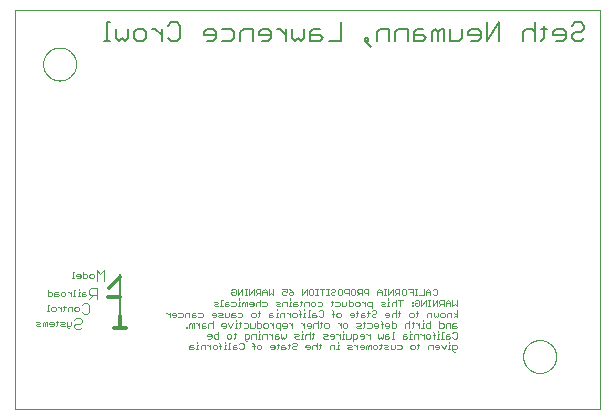
<source format=gbo>
G75*
%MOIN*%
%OFA0B0*%
%FSLAX25Y25*%
%IPPOS*%
%LPD*%
%AMOC8*
5,1,8,0,0,1.08239X$1,22.5*
%
%ADD10C,0.00000*%
%ADD11C,0.00500*%
%ADD12C,0.00200*%
%ADD13C,0.01200*%
%ADD14C,0.00300*%
D10*
X0001300Y0001300D02*
X0001300Y0134300D01*
X0196300Y0134300D01*
X0196300Y0001300D01*
X0001300Y0001300D01*
X0010800Y0116300D02*
X0010802Y0116448D01*
X0010808Y0116596D01*
X0010818Y0116744D01*
X0010832Y0116892D01*
X0010850Y0117039D01*
X0010872Y0117186D01*
X0010898Y0117332D01*
X0010927Y0117477D01*
X0010961Y0117622D01*
X0010999Y0117765D01*
X0011040Y0117908D01*
X0011085Y0118049D01*
X0011135Y0118189D01*
X0011187Y0118327D01*
X0011244Y0118465D01*
X0011304Y0118600D01*
X0011368Y0118734D01*
X0011435Y0118866D01*
X0011506Y0118996D01*
X0011581Y0119125D01*
X0011659Y0119251D01*
X0011740Y0119375D01*
X0011824Y0119497D01*
X0011912Y0119616D01*
X0012003Y0119733D01*
X0012097Y0119848D01*
X0012195Y0119960D01*
X0012295Y0120069D01*
X0012398Y0120176D01*
X0012504Y0120280D01*
X0012612Y0120381D01*
X0012724Y0120479D01*
X0012838Y0120574D01*
X0012954Y0120665D01*
X0013073Y0120754D01*
X0013194Y0120839D01*
X0013318Y0120921D01*
X0013444Y0121000D01*
X0013571Y0121075D01*
X0013701Y0121147D01*
X0013833Y0121216D01*
X0013966Y0121280D01*
X0014101Y0121341D01*
X0014238Y0121399D01*
X0014376Y0121453D01*
X0014516Y0121503D01*
X0014657Y0121549D01*
X0014799Y0121591D01*
X0014942Y0121630D01*
X0015086Y0121664D01*
X0015232Y0121695D01*
X0015377Y0121722D01*
X0015524Y0121745D01*
X0015671Y0121764D01*
X0015819Y0121779D01*
X0015966Y0121790D01*
X0016115Y0121797D01*
X0016263Y0121800D01*
X0016411Y0121799D01*
X0016559Y0121794D01*
X0016707Y0121785D01*
X0016855Y0121772D01*
X0017003Y0121755D01*
X0017149Y0121734D01*
X0017296Y0121709D01*
X0017441Y0121680D01*
X0017586Y0121648D01*
X0017729Y0121611D01*
X0017872Y0121571D01*
X0018014Y0121526D01*
X0018154Y0121478D01*
X0018293Y0121426D01*
X0018430Y0121371D01*
X0018566Y0121311D01*
X0018701Y0121248D01*
X0018833Y0121182D01*
X0018964Y0121112D01*
X0019093Y0121038D01*
X0019219Y0120961D01*
X0019344Y0120881D01*
X0019466Y0120797D01*
X0019587Y0120710D01*
X0019704Y0120620D01*
X0019820Y0120526D01*
X0019932Y0120430D01*
X0020042Y0120331D01*
X0020150Y0120228D01*
X0020254Y0120123D01*
X0020356Y0120015D01*
X0020454Y0119904D01*
X0020550Y0119791D01*
X0020643Y0119675D01*
X0020732Y0119557D01*
X0020818Y0119436D01*
X0020901Y0119313D01*
X0020981Y0119188D01*
X0021057Y0119061D01*
X0021130Y0118931D01*
X0021199Y0118800D01*
X0021264Y0118667D01*
X0021327Y0118533D01*
X0021385Y0118396D01*
X0021440Y0118258D01*
X0021490Y0118119D01*
X0021538Y0117978D01*
X0021581Y0117837D01*
X0021621Y0117694D01*
X0021656Y0117550D01*
X0021688Y0117405D01*
X0021716Y0117259D01*
X0021740Y0117113D01*
X0021760Y0116966D01*
X0021776Y0116818D01*
X0021788Y0116671D01*
X0021796Y0116522D01*
X0021800Y0116374D01*
X0021800Y0116226D01*
X0021796Y0116078D01*
X0021788Y0115929D01*
X0021776Y0115782D01*
X0021760Y0115634D01*
X0021740Y0115487D01*
X0021716Y0115341D01*
X0021688Y0115195D01*
X0021656Y0115050D01*
X0021621Y0114906D01*
X0021581Y0114763D01*
X0021538Y0114622D01*
X0021490Y0114481D01*
X0021440Y0114342D01*
X0021385Y0114204D01*
X0021327Y0114067D01*
X0021264Y0113933D01*
X0021199Y0113800D01*
X0021130Y0113669D01*
X0021057Y0113539D01*
X0020981Y0113412D01*
X0020901Y0113287D01*
X0020818Y0113164D01*
X0020732Y0113043D01*
X0020643Y0112925D01*
X0020550Y0112809D01*
X0020454Y0112696D01*
X0020356Y0112585D01*
X0020254Y0112477D01*
X0020150Y0112372D01*
X0020042Y0112269D01*
X0019932Y0112170D01*
X0019820Y0112074D01*
X0019704Y0111980D01*
X0019587Y0111890D01*
X0019466Y0111803D01*
X0019344Y0111719D01*
X0019219Y0111639D01*
X0019093Y0111562D01*
X0018964Y0111488D01*
X0018833Y0111418D01*
X0018701Y0111352D01*
X0018566Y0111289D01*
X0018430Y0111229D01*
X0018293Y0111174D01*
X0018154Y0111122D01*
X0018014Y0111074D01*
X0017872Y0111029D01*
X0017729Y0110989D01*
X0017586Y0110952D01*
X0017441Y0110920D01*
X0017296Y0110891D01*
X0017149Y0110866D01*
X0017003Y0110845D01*
X0016855Y0110828D01*
X0016707Y0110815D01*
X0016559Y0110806D01*
X0016411Y0110801D01*
X0016263Y0110800D01*
X0016115Y0110803D01*
X0015966Y0110810D01*
X0015819Y0110821D01*
X0015671Y0110836D01*
X0015524Y0110855D01*
X0015377Y0110878D01*
X0015232Y0110905D01*
X0015086Y0110936D01*
X0014942Y0110970D01*
X0014799Y0111009D01*
X0014657Y0111051D01*
X0014516Y0111097D01*
X0014376Y0111147D01*
X0014238Y0111201D01*
X0014101Y0111259D01*
X0013966Y0111320D01*
X0013833Y0111384D01*
X0013701Y0111453D01*
X0013571Y0111525D01*
X0013444Y0111600D01*
X0013318Y0111679D01*
X0013194Y0111761D01*
X0013073Y0111846D01*
X0012954Y0111935D01*
X0012838Y0112026D01*
X0012724Y0112121D01*
X0012612Y0112219D01*
X0012504Y0112320D01*
X0012398Y0112424D01*
X0012295Y0112531D01*
X0012195Y0112640D01*
X0012097Y0112752D01*
X0012003Y0112867D01*
X0011912Y0112984D01*
X0011824Y0113103D01*
X0011740Y0113225D01*
X0011659Y0113349D01*
X0011581Y0113475D01*
X0011506Y0113604D01*
X0011435Y0113734D01*
X0011368Y0113866D01*
X0011304Y0114000D01*
X0011244Y0114135D01*
X0011187Y0114273D01*
X0011135Y0114411D01*
X0011085Y0114551D01*
X0011040Y0114692D01*
X0010999Y0114835D01*
X0010961Y0114978D01*
X0010927Y0115123D01*
X0010898Y0115268D01*
X0010872Y0115414D01*
X0010850Y0115561D01*
X0010832Y0115708D01*
X0010818Y0115856D01*
X0010808Y0116004D01*
X0010802Y0116152D01*
X0010800Y0116300D01*
X0170800Y0018800D02*
X0170802Y0018948D01*
X0170808Y0019096D01*
X0170818Y0019244D01*
X0170832Y0019392D01*
X0170850Y0019539D01*
X0170872Y0019686D01*
X0170898Y0019832D01*
X0170927Y0019977D01*
X0170961Y0020122D01*
X0170999Y0020265D01*
X0171040Y0020408D01*
X0171085Y0020549D01*
X0171135Y0020689D01*
X0171187Y0020827D01*
X0171244Y0020965D01*
X0171304Y0021100D01*
X0171368Y0021234D01*
X0171435Y0021366D01*
X0171506Y0021496D01*
X0171581Y0021625D01*
X0171659Y0021751D01*
X0171740Y0021875D01*
X0171824Y0021997D01*
X0171912Y0022116D01*
X0172003Y0022233D01*
X0172097Y0022348D01*
X0172195Y0022460D01*
X0172295Y0022569D01*
X0172398Y0022676D01*
X0172504Y0022780D01*
X0172612Y0022881D01*
X0172724Y0022979D01*
X0172838Y0023074D01*
X0172954Y0023165D01*
X0173073Y0023254D01*
X0173194Y0023339D01*
X0173318Y0023421D01*
X0173444Y0023500D01*
X0173571Y0023575D01*
X0173701Y0023647D01*
X0173833Y0023716D01*
X0173966Y0023780D01*
X0174101Y0023841D01*
X0174238Y0023899D01*
X0174376Y0023953D01*
X0174516Y0024003D01*
X0174657Y0024049D01*
X0174799Y0024091D01*
X0174942Y0024130D01*
X0175086Y0024164D01*
X0175232Y0024195D01*
X0175377Y0024222D01*
X0175524Y0024245D01*
X0175671Y0024264D01*
X0175819Y0024279D01*
X0175966Y0024290D01*
X0176115Y0024297D01*
X0176263Y0024300D01*
X0176411Y0024299D01*
X0176559Y0024294D01*
X0176707Y0024285D01*
X0176855Y0024272D01*
X0177003Y0024255D01*
X0177149Y0024234D01*
X0177296Y0024209D01*
X0177441Y0024180D01*
X0177586Y0024148D01*
X0177729Y0024111D01*
X0177872Y0024071D01*
X0178014Y0024026D01*
X0178154Y0023978D01*
X0178293Y0023926D01*
X0178430Y0023871D01*
X0178566Y0023811D01*
X0178701Y0023748D01*
X0178833Y0023682D01*
X0178964Y0023612D01*
X0179093Y0023538D01*
X0179219Y0023461D01*
X0179344Y0023381D01*
X0179466Y0023297D01*
X0179587Y0023210D01*
X0179704Y0023120D01*
X0179820Y0023026D01*
X0179932Y0022930D01*
X0180042Y0022831D01*
X0180150Y0022728D01*
X0180254Y0022623D01*
X0180356Y0022515D01*
X0180454Y0022404D01*
X0180550Y0022291D01*
X0180643Y0022175D01*
X0180732Y0022057D01*
X0180818Y0021936D01*
X0180901Y0021813D01*
X0180981Y0021688D01*
X0181057Y0021561D01*
X0181130Y0021431D01*
X0181199Y0021300D01*
X0181264Y0021167D01*
X0181327Y0021033D01*
X0181385Y0020896D01*
X0181440Y0020758D01*
X0181490Y0020619D01*
X0181538Y0020478D01*
X0181581Y0020337D01*
X0181621Y0020194D01*
X0181656Y0020050D01*
X0181688Y0019905D01*
X0181716Y0019759D01*
X0181740Y0019613D01*
X0181760Y0019466D01*
X0181776Y0019318D01*
X0181788Y0019171D01*
X0181796Y0019022D01*
X0181800Y0018874D01*
X0181800Y0018726D01*
X0181796Y0018578D01*
X0181788Y0018429D01*
X0181776Y0018282D01*
X0181760Y0018134D01*
X0181740Y0017987D01*
X0181716Y0017841D01*
X0181688Y0017695D01*
X0181656Y0017550D01*
X0181621Y0017406D01*
X0181581Y0017263D01*
X0181538Y0017122D01*
X0181490Y0016981D01*
X0181440Y0016842D01*
X0181385Y0016704D01*
X0181327Y0016567D01*
X0181264Y0016433D01*
X0181199Y0016300D01*
X0181130Y0016169D01*
X0181057Y0016039D01*
X0180981Y0015912D01*
X0180901Y0015787D01*
X0180818Y0015664D01*
X0180732Y0015543D01*
X0180643Y0015425D01*
X0180550Y0015309D01*
X0180454Y0015196D01*
X0180356Y0015085D01*
X0180254Y0014977D01*
X0180150Y0014872D01*
X0180042Y0014769D01*
X0179932Y0014670D01*
X0179820Y0014574D01*
X0179704Y0014480D01*
X0179587Y0014390D01*
X0179466Y0014303D01*
X0179344Y0014219D01*
X0179219Y0014139D01*
X0179093Y0014062D01*
X0178964Y0013988D01*
X0178833Y0013918D01*
X0178701Y0013852D01*
X0178566Y0013789D01*
X0178430Y0013729D01*
X0178293Y0013674D01*
X0178154Y0013622D01*
X0178014Y0013574D01*
X0177872Y0013529D01*
X0177729Y0013489D01*
X0177586Y0013452D01*
X0177441Y0013420D01*
X0177296Y0013391D01*
X0177149Y0013366D01*
X0177003Y0013345D01*
X0176855Y0013328D01*
X0176707Y0013315D01*
X0176559Y0013306D01*
X0176411Y0013301D01*
X0176263Y0013300D01*
X0176115Y0013303D01*
X0175966Y0013310D01*
X0175819Y0013321D01*
X0175671Y0013336D01*
X0175524Y0013355D01*
X0175377Y0013378D01*
X0175232Y0013405D01*
X0175086Y0013436D01*
X0174942Y0013470D01*
X0174799Y0013509D01*
X0174657Y0013551D01*
X0174516Y0013597D01*
X0174376Y0013647D01*
X0174238Y0013701D01*
X0174101Y0013759D01*
X0173966Y0013820D01*
X0173833Y0013884D01*
X0173701Y0013953D01*
X0173571Y0014025D01*
X0173444Y0014100D01*
X0173318Y0014179D01*
X0173194Y0014261D01*
X0173073Y0014346D01*
X0172954Y0014435D01*
X0172838Y0014526D01*
X0172724Y0014621D01*
X0172612Y0014719D01*
X0172504Y0014820D01*
X0172398Y0014924D01*
X0172295Y0015031D01*
X0172195Y0015140D01*
X0172097Y0015252D01*
X0172003Y0015367D01*
X0171912Y0015484D01*
X0171824Y0015603D01*
X0171740Y0015725D01*
X0171659Y0015849D01*
X0171581Y0015975D01*
X0171506Y0016104D01*
X0171435Y0016234D01*
X0171368Y0016366D01*
X0171304Y0016500D01*
X0171244Y0016635D01*
X0171187Y0016773D01*
X0171135Y0016911D01*
X0171085Y0017051D01*
X0171040Y0017192D01*
X0170999Y0017335D01*
X0170961Y0017478D01*
X0170927Y0017623D01*
X0170898Y0017768D01*
X0170872Y0017914D01*
X0170850Y0018061D01*
X0170832Y0018208D01*
X0170818Y0018356D01*
X0170808Y0018504D01*
X0170802Y0018652D01*
X0170800Y0018800D01*
D11*
X0036300Y0032300D02*
X0036300Y0038800D01*
X0036300Y0045300D01*
X0036300Y0046300D01*
X0118114Y0124050D02*
X0120149Y0122015D01*
X0119132Y0124050D02*
X0118114Y0124050D01*
X0118114Y0125068D01*
X0119132Y0125068D01*
X0119132Y0124050D01*
X0122157Y0124050D02*
X0122157Y0127103D01*
X0123174Y0128120D01*
X0126227Y0128120D01*
X0126227Y0124050D01*
X0128234Y0124050D02*
X0128234Y0127103D01*
X0129251Y0128120D01*
X0132304Y0128120D01*
X0132304Y0124050D01*
X0134311Y0124050D02*
X0137363Y0124050D01*
X0138381Y0125068D01*
X0137363Y0126085D01*
X0134311Y0126085D01*
X0134311Y0127103D02*
X0134311Y0124050D01*
X0134311Y0127103D02*
X0135328Y0128120D01*
X0137363Y0128120D01*
X0140388Y0127103D02*
X0140388Y0124050D01*
X0142423Y0124050D02*
X0142423Y0127103D01*
X0141406Y0128120D01*
X0140388Y0127103D01*
X0142423Y0127103D02*
X0143441Y0128120D01*
X0144458Y0128120D01*
X0144458Y0124050D01*
X0146465Y0124050D02*
X0146465Y0128120D01*
X0150535Y0128120D02*
X0150535Y0125068D01*
X0149518Y0124050D01*
X0146465Y0124050D01*
X0152542Y0126085D02*
X0156613Y0126085D01*
X0156613Y0125068D02*
X0156613Y0127103D01*
X0155595Y0128120D01*
X0153560Y0128120D01*
X0152542Y0127103D01*
X0152542Y0126085D01*
X0153560Y0124050D02*
X0155595Y0124050D01*
X0156613Y0125068D01*
X0158620Y0124050D02*
X0158620Y0130155D01*
X0162690Y0130155D02*
X0158620Y0124050D01*
X0162690Y0124050D02*
X0162690Y0130155D01*
X0170774Y0127103D02*
X0170774Y0124050D01*
X0170774Y0127103D02*
X0171792Y0128120D01*
X0173827Y0128120D01*
X0174844Y0127103D01*
X0176861Y0128120D02*
X0178896Y0128120D01*
X0177878Y0129138D02*
X0177878Y0125068D01*
X0176861Y0124050D01*
X0174844Y0124050D02*
X0174844Y0130155D01*
X0180903Y0127103D02*
X0180903Y0126085D01*
X0184973Y0126085D01*
X0184973Y0125068D02*
X0184973Y0127103D01*
X0183955Y0128120D01*
X0181920Y0128120D01*
X0180903Y0127103D01*
X0181920Y0124050D02*
X0183955Y0124050D01*
X0184973Y0125068D01*
X0186980Y0125068D02*
X0186980Y0126085D01*
X0187997Y0127103D01*
X0190032Y0127103D01*
X0191050Y0128120D01*
X0191050Y0129138D01*
X0190032Y0130155D01*
X0187997Y0130155D01*
X0186980Y0129138D01*
X0186980Y0125068D02*
X0187997Y0124050D01*
X0190032Y0124050D01*
X0191050Y0125068D01*
X0110021Y0124050D02*
X0105951Y0124050D01*
X0103944Y0125068D02*
X0102926Y0126085D01*
X0099873Y0126085D01*
X0099873Y0127103D02*
X0099873Y0124050D01*
X0102926Y0124050D01*
X0103944Y0125068D01*
X0102926Y0128120D02*
X0100891Y0128120D01*
X0099873Y0127103D01*
X0097866Y0128120D02*
X0097866Y0125068D01*
X0096849Y0124050D01*
X0095831Y0125068D01*
X0094814Y0124050D01*
X0093796Y0125068D01*
X0093796Y0128120D01*
X0091789Y0128120D02*
X0091789Y0124050D01*
X0091789Y0126085D02*
X0089754Y0128120D01*
X0088737Y0128120D01*
X0086725Y0127103D02*
X0085707Y0128120D01*
X0083672Y0128120D01*
X0082655Y0127103D01*
X0082655Y0126085D01*
X0086725Y0126085D01*
X0086725Y0125068D02*
X0086725Y0127103D01*
X0086725Y0125068D02*
X0085707Y0124050D01*
X0083672Y0124050D01*
X0080648Y0124050D02*
X0080648Y0128120D01*
X0077595Y0128120D01*
X0076578Y0127103D01*
X0076578Y0124050D01*
X0074571Y0125068D02*
X0073553Y0124050D01*
X0070500Y0124050D01*
X0068493Y0125068D02*
X0068493Y0127103D01*
X0067476Y0128120D01*
X0065441Y0128120D01*
X0064423Y0127103D01*
X0064423Y0126085D01*
X0068493Y0126085D01*
X0068493Y0125068D02*
X0067476Y0124050D01*
X0065441Y0124050D01*
X0070500Y0128120D02*
X0073553Y0128120D01*
X0074571Y0127103D01*
X0074571Y0125068D01*
X0056339Y0125068D02*
X0055321Y0124050D01*
X0053286Y0124050D01*
X0052269Y0125068D01*
X0050262Y0126085D02*
X0048227Y0128120D01*
X0047209Y0128120D01*
X0045197Y0127103D02*
X0045197Y0125068D01*
X0044180Y0124050D01*
X0042145Y0124050D01*
X0041127Y0125068D01*
X0041127Y0127103D01*
X0042145Y0128120D01*
X0044180Y0128120D01*
X0045197Y0127103D01*
X0050262Y0128120D02*
X0050262Y0124050D01*
X0056339Y0125068D02*
X0056339Y0129138D01*
X0055321Y0130155D01*
X0053286Y0130155D01*
X0052269Y0129138D01*
X0039120Y0128120D02*
X0039120Y0125068D01*
X0038103Y0124050D01*
X0037085Y0125068D01*
X0036068Y0124050D01*
X0035050Y0125068D01*
X0035050Y0128120D01*
X0033043Y0130155D02*
X0032026Y0130155D01*
X0032026Y0124050D01*
X0033043Y0124050D02*
X0031008Y0124050D01*
X0110021Y0124050D02*
X0110021Y0130155D01*
D12*
X0027333Y0046368D02*
X0027700Y0046001D01*
X0027700Y0045267D01*
X0027333Y0044900D01*
X0026599Y0044900D01*
X0026232Y0045267D01*
X0026232Y0046001D01*
X0026599Y0046368D01*
X0027333Y0046368D01*
X0025490Y0046001D02*
X0025123Y0046368D01*
X0024022Y0046368D01*
X0024022Y0047102D02*
X0024022Y0044900D01*
X0025123Y0044900D01*
X0025490Y0045267D01*
X0025490Y0046001D01*
X0023280Y0046001D02*
X0022913Y0046368D01*
X0022179Y0046368D01*
X0021812Y0046001D01*
X0021812Y0045634D01*
X0023280Y0045634D01*
X0023280Y0045267D02*
X0023280Y0046001D01*
X0023280Y0045267D02*
X0022913Y0044900D01*
X0022179Y0044900D01*
X0021070Y0044900D02*
X0020336Y0044900D01*
X0020703Y0044900D02*
X0020703Y0047102D01*
X0021070Y0047102D01*
X0022623Y0041469D02*
X0022623Y0041102D01*
X0022623Y0040368D02*
X0022623Y0038900D01*
X0022990Y0038900D02*
X0022256Y0038900D01*
X0021517Y0038900D02*
X0020783Y0038900D01*
X0021150Y0038900D02*
X0021150Y0041102D01*
X0021517Y0041102D01*
X0022623Y0040368D02*
X0022990Y0040368D01*
X0023732Y0040001D02*
X0023732Y0038900D01*
X0024833Y0038900D01*
X0025200Y0039267D01*
X0024833Y0039634D01*
X0023732Y0039634D01*
X0023732Y0040001D02*
X0024099Y0040368D01*
X0024833Y0040368D01*
X0020044Y0040368D02*
X0020044Y0038900D01*
X0020044Y0039634D02*
X0019310Y0040368D01*
X0018943Y0040368D01*
X0018202Y0040001D02*
X0018202Y0039267D01*
X0017835Y0038900D01*
X0017101Y0038900D01*
X0016734Y0039267D01*
X0016734Y0040001D01*
X0017101Y0040368D01*
X0017835Y0040368D01*
X0018202Y0040001D01*
X0015992Y0039267D02*
X0015625Y0039634D01*
X0014524Y0039634D01*
X0014524Y0040001D02*
X0014524Y0038900D01*
X0015625Y0038900D01*
X0015992Y0039267D01*
X0015625Y0040368D02*
X0014891Y0040368D01*
X0014524Y0040001D01*
X0013782Y0040001D02*
X0013415Y0040368D01*
X0012314Y0040368D01*
X0012314Y0041102D02*
X0012314Y0038900D01*
X0013415Y0038900D01*
X0013782Y0039267D01*
X0013782Y0040001D01*
X0012756Y0036102D02*
X0012389Y0036102D01*
X0012389Y0033900D01*
X0012756Y0033900D02*
X0012022Y0033900D01*
X0013498Y0034267D02*
X0013498Y0035001D01*
X0013864Y0035368D01*
X0014598Y0035368D01*
X0014965Y0035001D01*
X0014965Y0034267D01*
X0014598Y0033900D01*
X0013864Y0033900D01*
X0013498Y0034267D01*
X0015706Y0035368D02*
X0016073Y0035368D01*
X0016807Y0034634D01*
X0016807Y0033900D02*
X0016807Y0035368D01*
X0017546Y0035368D02*
X0018280Y0035368D01*
X0017913Y0035735D02*
X0017913Y0034267D01*
X0017546Y0033900D01*
X0019022Y0033900D02*
X0019022Y0035001D01*
X0019389Y0035368D01*
X0020490Y0035368D01*
X0020490Y0033900D01*
X0021232Y0034267D02*
X0021232Y0035001D01*
X0021599Y0035368D01*
X0022333Y0035368D01*
X0022700Y0035001D01*
X0022700Y0034267D01*
X0022333Y0033900D01*
X0021599Y0033900D01*
X0021232Y0034267D01*
X0020200Y0030368D02*
X0020200Y0029267D01*
X0019833Y0028900D01*
X0018732Y0028900D01*
X0018732Y0028533D02*
X0019099Y0028166D01*
X0019466Y0028166D01*
X0018732Y0028533D02*
X0018732Y0030368D01*
X0017990Y0030001D02*
X0017623Y0030368D01*
X0016522Y0030368D01*
X0015780Y0030368D02*
X0015046Y0030368D01*
X0015413Y0030735D02*
X0015413Y0029267D01*
X0015046Y0028900D01*
X0014307Y0029267D02*
X0014307Y0030001D01*
X0013940Y0030368D01*
X0013206Y0030368D01*
X0012839Y0030001D01*
X0012839Y0029634D01*
X0014307Y0029634D01*
X0014307Y0029267D02*
X0013940Y0028900D01*
X0013206Y0028900D01*
X0012097Y0028900D02*
X0012097Y0030368D01*
X0011730Y0030368D01*
X0011363Y0030001D01*
X0010996Y0030368D01*
X0010629Y0030001D01*
X0010629Y0028900D01*
X0011363Y0028900D02*
X0011363Y0030001D01*
X0009887Y0030001D02*
X0009520Y0030368D01*
X0008419Y0030368D01*
X0008786Y0029634D02*
X0009520Y0029634D01*
X0009887Y0030001D01*
X0009887Y0028900D02*
X0008786Y0028900D01*
X0008419Y0029267D01*
X0008786Y0029634D01*
X0016522Y0029267D02*
X0016889Y0029634D01*
X0017623Y0029634D01*
X0017990Y0030001D01*
X0017990Y0028900D02*
X0016889Y0028900D01*
X0016522Y0029267D01*
X0051838Y0033468D02*
X0052205Y0033468D01*
X0052939Y0032734D01*
X0052939Y0032000D02*
X0052939Y0033468D01*
X0053681Y0033101D02*
X0053681Y0032734D01*
X0055148Y0032734D01*
X0055148Y0033101D02*
X0054781Y0033468D01*
X0054047Y0033468D01*
X0053681Y0033101D01*
X0054047Y0032000D02*
X0054781Y0032000D01*
X0055148Y0032367D01*
X0055148Y0033101D01*
X0055890Y0033468D02*
X0056991Y0033468D01*
X0057358Y0033101D01*
X0057358Y0032367D01*
X0056991Y0032000D01*
X0055890Y0032000D01*
X0058100Y0032000D02*
X0058100Y0033101D01*
X0058467Y0033468D01*
X0059568Y0033468D01*
X0059568Y0032000D01*
X0060310Y0032000D02*
X0061411Y0032000D01*
X0061778Y0032367D01*
X0061411Y0032734D01*
X0060310Y0032734D01*
X0060310Y0033101D02*
X0060310Y0032000D01*
X0060310Y0033101D02*
X0060677Y0033468D01*
X0061411Y0033468D01*
X0062520Y0033468D02*
X0063621Y0033468D01*
X0063988Y0033101D01*
X0063988Y0032367D01*
X0063621Y0032000D01*
X0062520Y0032000D01*
X0062883Y0029868D02*
X0062883Y0028400D01*
X0062883Y0029134D02*
X0062149Y0029868D01*
X0061782Y0029868D01*
X0061041Y0029868D02*
X0060674Y0029868D01*
X0060307Y0029501D01*
X0059940Y0029868D01*
X0059573Y0029501D01*
X0059573Y0028400D01*
X0060307Y0028400D02*
X0060307Y0029501D01*
X0061041Y0029868D02*
X0061041Y0028400D01*
X0058832Y0028400D02*
X0058832Y0028767D01*
X0058465Y0028767D01*
X0058465Y0028400D01*
X0058832Y0028400D01*
X0063625Y0028400D02*
X0064726Y0028400D01*
X0065093Y0028767D01*
X0064726Y0029134D01*
X0063625Y0029134D01*
X0063625Y0029501D02*
X0063625Y0028400D01*
X0063625Y0029501D02*
X0063992Y0029868D01*
X0064726Y0029868D01*
X0065835Y0029501D02*
X0065835Y0028400D01*
X0065835Y0029501D02*
X0066202Y0029868D01*
X0066936Y0029868D01*
X0067303Y0029501D01*
X0067303Y0030602D02*
X0067303Y0028400D01*
X0066567Y0026268D02*
X0065834Y0026268D01*
X0065467Y0025901D01*
X0065467Y0025534D01*
X0066934Y0025534D01*
X0066934Y0025167D02*
X0066934Y0025901D01*
X0066567Y0026268D01*
X0066934Y0025167D02*
X0066567Y0024800D01*
X0065834Y0024800D01*
X0067676Y0025167D02*
X0067676Y0025901D01*
X0068043Y0026268D01*
X0069144Y0026268D01*
X0069144Y0027002D02*
X0069144Y0024800D01*
X0068043Y0024800D01*
X0067676Y0025167D01*
X0069515Y0023402D02*
X0069882Y0023035D01*
X0069882Y0021200D01*
X0070989Y0021200D02*
X0071723Y0021200D01*
X0071356Y0021200D02*
X0071356Y0022668D01*
X0071723Y0022668D01*
X0071356Y0023402D02*
X0071356Y0023769D01*
X0072463Y0024800D02*
X0072096Y0025167D01*
X0072096Y0025901D01*
X0072463Y0026268D01*
X0073197Y0026268D01*
X0073564Y0025901D01*
X0073564Y0025167D01*
X0073197Y0024800D01*
X0072463Y0024800D01*
X0072829Y0023402D02*
X0072829Y0021200D01*
X0073196Y0021200D02*
X0072462Y0021200D01*
X0073938Y0021200D02*
X0073938Y0022301D01*
X0074305Y0022668D01*
X0075039Y0022668D01*
X0075039Y0021934D02*
X0073938Y0021934D01*
X0073938Y0021200D02*
X0075039Y0021200D01*
X0075406Y0021567D01*
X0075039Y0021934D01*
X0076148Y0021567D02*
X0076515Y0021200D01*
X0077249Y0021200D01*
X0077616Y0021567D01*
X0077616Y0023035D01*
X0077249Y0023402D01*
X0076515Y0023402D01*
X0076148Y0023035D01*
X0077989Y0024433D02*
X0077989Y0026268D01*
X0079090Y0026268D01*
X0079457Y0025901D01*
X0079457Y0025167D01*
X0079090Y0024800D01*
X0077989Y0024800D01*
X0077989Y0024433D02*
X0078356Y0024066D01*
X0078723Y0024066D01*
X0080199Y0024800D02*
X0080199Y0025901D01*
X0080566Y0026268D01*
X0081667Y0026268D01*
X0081667Y0024800D01*
X0082406Y0024800D02*
X0083140Y0024800D01*
X0082773Y0024800D02*
X0082773Y0026268D01*
X0083140Y0026268D01*
X0082773Y0027002D02*
X0082773Y0027369D01*
X0083142Y0028400D02*
X0082041Y0028400D01*
X0082041Y0030602D01*
X0082041Y0029868D02*
X0083142Y0029868D01*
X0083509Y0029501D01*
X0083509Y0028767D01*
X0083142Y0028400D01*
X0084250Y0028767D02*
X0084617Y0028400D01*
X0085351Y0028400D01*
X0085718Y0028767D01*
X0085718Y0029501D01*
X0085351Y0029868D01*
X0084617Y0029868D01*
X0084250Y0029501D01*
X0084250Y0028767D01*
X0086459Y0029868D02*
X0086826Y0029868D01*
X0087560Y0029134D01*
X0087560Y0028400D02*
X0087560Y0029868D01*
X0088302Y0029501D02*
X0088669Y0029868D01*
X0089770Y0029868D01*
X0089770Y0027666D01*
X0089770Y0028400D02*
X0088669Y0028400D01*
X0088302Y0028767D01*
X0088302Y0029501D01*
X0090512Y0029501D02*
X0090879Y0029868D01*
X0091613Y0029868D01*
X0091980Y0029501D01*
X0091980Y0028767D01*
X0091613Y0028400D01*
X0090879Y0028400D01*
X0090512Y0029134D02*
X0091980Y0029134D01*
X0092720Y0029868D02*
X0093087Y0029868D01*
X0093821Y0029134D01*
X0093821Y0028400D02*
X0093821Y0029868D01*
X0094194Y0032000D02*
X0093827Y0032367D01*
X0093827Y0033101D01*
X0094194Y0033468D01*
X0094928Y0033468D01*
X0095295Y0033101D01*
X0095295Y0032367D01*
X0094928Y0032000D01*
X0094194Y0032000D01*
X0093085Y0032000D02*
X0093085Y0033468D01*
X0093085Y0032734D02*
X0092351Y0033468D01*
X0091984Y0033468D01*
X0091243Y0033468D02*
X0090142Y0033468D01*
X0089775Y0033101D01*
X0089775Y0032000D01*
X0089033Y0032000D02*
X0088299Y0032000D01*
X0088666Y0032000D02*
X0088666Y0033468D01*
X0089033Y0033468D01*
X0088666Y0034202D02*
X0088666Y0034569D01*
X0088669Y0035600D02*
X0088302Y0035967D01*
X0088669Y0036334D01*
X0089403Y0036334D01*
X0089770Y0036701D01*
X0089403Y0037068D01*
X0088302Y0037068D01*
X0088669Y0035600D02*
X0089770Y0035600D01*
X0090512Y0035600D02*
X0090512Y0036701D01*
X0090879Y0037068D01*
X0091980Y0037068D01*
X0091980Y0035600D01*
X0092719Y0035600D02*
X0093453Y0035600D01*
X0093086Y0035600D02*
X0093086Y0037068D01*
X0093453Y0037068D01*
X0093086Y0037802D02*
X0093086Y0038169D01*
X0093089Y0039200D02*
X0092722Y0039567D01*
X0092722Y0039934D01*
X0093089Y0040301D01*
X0094190Y0040301D01*
X0094190Y0039567D01*
X0093823Y0039200D01*
X0093089Y0039200D01*
X0091980Y0039567D02*
X0091613Y0039200D01*
X0090879Y0039200D01*
X0090512Y0039567D01*
X0090512Y0040301D01*
X0090879Y0040668D01*
X0091246Y0040668D01*
X0091980Y0040301D01*
X0091980Y0041402D01*
X0090512Y0041402D01*
X0092722Y0041402D02*
X0093456Y0041035D01*
X0094190Y0040301D01*
X0097141Y0039200D02*
X0097141Y0041402D01*
X0098609Y0041402D02*
X0097141Y0039200D01*
X0098609Y0039200D02*
X0098609Y0041402D01*
X0099351Y0041035D02*
X0099351Y0039567D01*
X0099718Y0039200D01*
X0100452Y0039200D01*
X0100819Y0039567D01*
X0100819Y0041035D01*
X0100452Y0041402D01*
X0099718Y0041402D01*
X0099351Y0041035D01*
X0101559Y0041402D02*
X0102293Y0041402D01*
X0101926Y0041402D02*
X0101926Y0039200D01*
X0102293Y0039200D02*
X0101559Y0039200D01*
X0101189Y0037068D02*
X0100455Y0037068D01*
X0100088Y0036701D01*
X0100088Y0035967D01*
X0100455Y0035600D01*
X0101189Y0035600D01*
X0101556Y0035967D01*
X0101556Y0036701D01*
X0101189Y0037068D01*
X0102298Y0037068D02*
X0103399Y0037068D01*
X0103766Y0036701D01*
X0103766Y0035967D01*
X0103399Y0035600D01*
X0102298Y0035600D01*
X0103033Y0034202D02*
X0102666Y0033835D01*
X0103033Y0034202D02*
X0103767Y0034202D01*
X0104134Y0033835D01*
X0104134Y0032367D01*
X0103767Y0032000D01*
X0103033Y0032000D01*
X0102666Y0032367D01*
X0101924Y0032367D02*
X0101557Y0032734D01*
X0100456Y0032734D01*
X0100456Y0033101D02*
X0100456Y0032000D01*
X0101557Y0032000D01*
X0101924Y0032367D01*
X0101557Y0033468D02*
X0100823Y0033468D01*
X0100456Y0033101D01*
X0099714Y0034202D02*
X0099347Y0034202D01*
X0099347Y0032000D01*
X0099714Y0032000D02*
X0098980Y0032000D01*
X0098241Y0032000D02*
X0097507Y0032000D01*
X0097874Y0032000D02*
X0097874Y0033468D01*
X0098241Y0033468D01*
X0097874Y0034202D02*
X0097874Y0034569D01*
X0097878Y0035600D02*
X0097878Y0036701D01*
X0098245Y0037068D01*
X0099346Y0037068D01*
X0099346Y0035600D01*
X0097136Y0037068D02*
X0096402Y0037068D01*
X0096769Y0037435D02*
X0096769Y0035967D01*
X0096402Y0035600D01*
X0095663Y0035967D02*
X0095296Y0036334D01*
X0094195Y0036334D01*
X0094195Y0036701D02*
X0094195Y0035600D01*
X0095296Y0035600D01*
X0095663Y0035967D01*
X0095296Y0037068D02*
X0094562Y0037068D01*
X0094195Y0036701D01*
X0096034Y0034202D02*
X0096401Y0033835D01*
X0096401Y0032000D01*
X0096768Y0033101D02*
X0096034Y0033101D01*
X0096772Y0029868D02*
X0097139Y0029868D01*
X0097873Y0029134D01*
X0097873Y0028400D02*
X0097873Y0029868D01*
X0098615Y0029501D02*
X0098615Y0029134D01*
X0100083Y0029134D01*
X0100083Y0029501D02*
X0099716Y0029868D01*
X0098982Y0029868D01*
X0098615Y0029501D01*
X0098982Y0028400D02*
X0099716Y0028400D01*
X0100083Y0028767D01*
X0100083Y0029501D01*
X0100825Y0029501D02*
X0100825Y0028400D01*
X0100825Y0029501D02*
X0101192Y0029868D01*
X0101926Y0029868D01*
X0102293Y0029501D01*
X0103032Y0029868D02*
X0103766Y0029868D01*
X0103399Y0030235D02*
X0103399Y0028767D01*
X0103032Y0028400D01*
X0102293Y0028400D02*
X0102293Y0030602D01*
X0104508Y0029501D02*
X0104875Y0029868D01*
X0105609Y0029868D01*
X0105976Y0029501D01*
X0105976Y0028767D01*
X0105609Y0028400D01*
X0104875Y0028400D01*
X0104508Y0028767D01*
X0104508Y0029501D01*
X0104139Y0026268D02*
X0105240Y0026268D01*
X0105607Y0025901D01*
X0105240Y0025534D01*
X0104506Y0025534D01*
X0104139Y0025167D01*
X0104506Y0024800D01*
X0105607Y0024800D01*
X0106349Y0025534D02*
X0107817Y0025534D01*
X0107817Y0025167D02*
X0107817Y0025901D01*
X0107450Y0026268D01*
X0106716Y0026268D01*
X0106349Y0025901D01*
X0106349Y0025534D01*
X0106716Y0024800D02*
X0107450Y0024800D01*
X0107817Y0025167D01*
X0108558Y0026268D02*
X0108925Y0026268D01*
X0109659Y0025534D01*
X0109659Y0024800D02*
X0109659Y0026268D01*
X0110765Y0026268D02*
X0110765Y0024800D01*
X0111132Y0024800D02*
X0110398Y0024800D01*
X0111874Y0024800D02*
X0111874Y0026268D01*
X0111132Y0026268D02*
X0110765Y0026268D01*
X0110765Y0027002D02*
X0110765Y0027369D01*
X0111136Y0028400D02*
X0110769Y0028767D01*
X0110769Y0029501D01*
X0111136Y0029868D01*
X0111870Y0029868D01*
X0112237Y0029501D01*
X0112237Y0028767D01*
X0111870Y0028400D01*
X0111136Y0028400D01*
X0110027Y0028400D02*
X0110027Y0029868D01*
X0109293Y0029868D02*
X0108926Y0029868D01*
X0109293Y0029868D02*
X0110027Y0029134D01*
X0109660Y0032000D02*
X0110027Y0032367D01*
X0110027Y0033101D01*
X0109660Y0033468D01*
X0108926Y0033468D01*
X0108559Y0033101D01*
X0108559Y0032367D01*
X0108926Y0032000D01*
X0109660Y0032000D01*
X0107817Y0033101D02*
X0107083Y0033101D01*
X0107450Y0033835D02*
X0107450Y0032000D01*
X0107450Y0033835D02*
X0107083Y0034202D01*
X0106715Y0035600D02*
X0107082Y0035967D01*
X0107082Y0037435D01*
X0107449Y0037068D02*
X0106715Y0037068D01*
X0108191Y0037068D02*
X0109292Y0037068D01*
X0109659Y0036701D01*
X0109659Y0035967D01*
X0109292Y0035600D01*
X0108191Y0035600D01*
X0110401Y0035600D02*
X0110401Y0037068D01*
X0111869Y0037068D02*
X0111869Y0035967D01*
X0111502Y0035600D01*
X0110401Y0035600D01*
X0112611Y0035600D02*
X0112611Y0037802D01*
X0112611Y0037068D02*
X0113712Y0037068D01*
X0114079Y0036701D01*
X0114079Y0035967D01*
X0113712Y0035600D01*
X0112611Y0035600D01*
X0114821Y0035967D02*
X0114821Y0036701D01*
X0115187Y0037068D01*
X0115921Y0037068D01*
X0116288Y0036701D01*
X0116288Y0035967D01*
X0115921Y0035600D01*
X0115187Y0035600D01*
X0114821Y0035967D01*
X0115553Y0033835D02*
X0115553Y0032367D01*
X0115186Y0032000D01*
X0114447Y0032367D02*
X0114447Y0033101D01*
X0114080Y0033468D01*
X0113346Y0033468D01*
X0112979Y0033101D01*
X0112979Y0032734D01*
X0114447Y0032734D01*
X0114447Y0032367D02*
X0114080Y0032000D01*
X0113346Y0032000D01*
X0115186Y0033468D02*
X0115920Y0033468D01*
X0116662Y0033101D02*
X0116662Y0032000D01*
X0117763Y0032000D01*
X0118130Y0032367D01*
X0117763Y0032734D01*
X0116662Y0032734D01*
X0116662Y0033101D02*
X0117029Y0033468D01*
X0117763Y0033468D01*
X0118869Y0033468D02*
X0119603Y0033468D01*
X0119236Y0033835D02*
X0119236Y0032367D01*
X0118869Y0032000D01*
X0120345Y0032367D02*
X0120712Y0032000D01*
X0121446Y0032000D01*
X0121813Y0032367D01*
X0121446Y0033101D02*
X0120712Y0033101D01*
X0120345Y0032734D01*
X0120345Y0032367D01*
X0121446Y0033101D02*
X0121813Y0033468D01*
X0121813Y0033835D01*
X0121446Y0034202D01*
X0120712Y0034202D01*
X0120345Y0033835D01*
X0120340Y0034866D02*
X0120340Y0037068D01*
X0119239Y0037068D01*
X0118872Y0036701D01*
X0118872Y0035967D01*
X0119239Y0035600D01*
X0120340Y0035600D01*
X0118130Y0035600D02*
X0118130Y0037068D01*
X0117396Y0037068D02*
X0117029Y0037068D01*
X0117396Y0037068D02*
X0118130Y0036334D01*
X0117025Y0039200D02*
X0117025Y0041402D01*
X0115924Y0041402D01*
X0115557Y0041035D01*
X0115557Y0040301D01*
X0115924Y0039934D01*
X0117025Y0039934D01*
X0116291Y0039934D02*
X0115557Y0039200D01*
X0114815Y0039567D02*
X0114448Y0039200D01*
X0113714Y0039200D01*
X0113347Y0039567D01*
X0113347Y0041035D01*
X0113714Y0041402D01*
X0114448Y0041402D01*
X0114815Y0041035D01*
X0114815Y0039567D01*
X0117767Y0040301D02*
X0117767Y0041035D01*
X0118134Y0041402D01*
X0119235Y0041402D01*
X0119235Y0039200D01*
X0119235Y0039934D02*
X0118134Y0039934D01*
X0117767Y0040301D01*
X0122187Y0040301D02*
X0123655Y0040301D01*
X0123655Y0040668D02*
X0123655Y0039200D01*
X0124394Y0039200D02*
X0125128Y0039200D01*
X0124761Y0039200D02*
X0124761Y0041402D01*
X0125128Y0041402D02*
X0124394Y0041402D01*
X0123655Y0040668D02*
X0122921Y0041402D01*
X0122187Y0040668D01*
X0122187Y0039200D01*
X0123292Y0037068D02*
X0124393Y0037068D01*
X0124760Y0036701D01*
X0124393Y0036334D01*
X0123659Y0036334D01*
X0123292Y0035967D01*
X0123659Y0035600D01*
X0124760Y0035600D01*
X0125499Y0035600D02*
X0126233Y0035600D01*
X0125866Y0035600D02*
X0125866Y0037068D01*
X0126233Y0037068D01*
X0125866Y0037802D02*
X0125866Y0038169D01*
X0125870Y0039200D02*
X0125870Y0041402D01*
X0127338Y0041402D02*
X0125870Y0039200D01*
X0127338Y0039200D02*
X0127338Y0041402D01*
X0128080Y0041035D02*
X0128080Y0040301D01*
X0128447Y0039934D01*
X0129548Y0039934D01*
X0129548Y0039200D02*
X0129548Y0041402D01*
X0128447Y0041402D01*
X0128080Y0041035D01*
X0128814Y0039934D02*
X0128080Y0039200D01*
X0128443Y0037802D02*
X0128443Y0035600D01*
X0128443Y0036701D02*
X0128076Y0037068D01*
X0127342Y0037068D01*
X0126975Y0036701D01*
X0126975Y0035600D01*
X0128443Y0034202D02*
X0128443Y0032000D01*
X0129182Y0032000D02*
X0129549Y0032367D01*
X0129549Y0033835D01*
X0129916Y0033468D02*
X0129182Y0033468D01*
X0128443Y0033101D02*
X0128076Y0033468D01*
X0127342Y0033468D01*
X0126975Y0033101D01*
X0126975Y0032000D01*
X0126233Y0032367D02*
X0126233Y0033101D01*
X0125866Y0033468D01*
X0125132Y0033468D01*
X0124765Y0033101D01*
X0124765Y0032734D01*
X0126233Y0032734D01*
X0126233Y0032367D02*
X0125866Y0032000D01*
X0125132Y0032000D01*
X0125132Y0029868D02*
X0124765Y0029501D01*
X0124765Y0029134D01*
X0126233Y0029134D01*
X0126233Y0029501D02*
X0125866Y0029868D01*
X0125132Y0029868D01*
X0126233Y0029501D02*
X0126233Y0028767D01*
X0125866Y0028400D01*
X0125132Y0028400D01*
X0123656Y0028400D02*
X0123656Y0030235D01*
X0123289Y0030602D01*
X0123289Y0029501D02*
X0124023Y0029501D01*
X0122550Y0029501D02*
X0122183Y0029868D01*
X0121449Y0029868D01*
X0121082Y0029501D01*
X0121082Y0029134D01*
X0122550Y0029134D01*
X0122550Y0028767D02*
X0122550Y0029501D01*
X0122550Y0028767D02*
X0122183Y0028400D01*
X0121449Y0028400D01*
X0120340Y0028767D02*
X0119973Y0028400D01*
X0118872Y0028400D01*
X0117763Y0028767D02*
X0117396Y0028400D01*
X0117763Y0028767D02*
X0117763Y0030235D01*
X0118130Y0029868D02*
X0117396Y0029868D01*
X0116657Y0029501D02*
X0116290Y0029134D01*
X0115556Y0029134D01*
X0115189Y0028767D01*
X0115556Y0028400D01*
X0116657Y0028400D01*
X0116657Y0029501D02*
X0116290Y0029868D01*
X0115189Y0029868D01*
X0118872Y0029868D02*
X0119973Y0029868D01*
X0120340Y0029501D01*
X0120340Y0028767D01*
X0119603Y0026268D02*
X0119603Y0024800D01*
X0119603Y0025534D02*
X0118869Y0026268D01*
X0118502Y0026268D01*
X0117762Y0025901D02*
X0117395Y0026268D01*
X0116661Y0026268D01*
X0116294Y0025901D01*
X0116294Y0025534D01*
X0117762Y0025534D01*
X0117762Y0025167D02*
X0117762Y0025901D01*
X0117762Y0025167D02*
X0117395Y0024800D01*
X0116661Y0024800D01*
X0115552Y0025167D02*
X0115552Y0025901D01*
X0115185Y0026268D01*
X0114084Y0026268D01*
X0114084Y0024066D01*
X0114084Y0024800D02*
X0115185Y0024800D01*
X0115552Y0025167D01*
X0113342Y0025167D02*
X0113342Y0026268D01*
X0113342Y0025167D02*
X0112975Y0024800D01*
X0111874Y0024800D01*
X0108923Y0023769D02*
X0108923Y0023402D01*
X0108923Y0022668D02*
X0108923Y0021200D01*
X0108557Y0021200D02*
X0109290Y0021200D01*
X0109290Y0022668D02*
X0108923Y0022668D01*
X0107817Y0022668D02*
X0107817Y0021200D01*
X0106349Y0021200D02*
X0106349Y0022301D01*
X0106716Y0022668D01*
X0107817Y0022668D01*
X0103397Y0022668D02*
X0102664Y0022668D01*
X0103030Y0023035D02*
X0103030Y0021567D01*
X0102664Y0021200D01*
X0101924Y0021200D02*
X0101924Y0023402D01*
X0101557Y0022668D02*
X0100823Y0022668D01*
X0100456Y0022301D01*
X0100456Y0021200D01*
X0099714Y0021567D02*
X0099714Y0022301D01*
X0099347Y0022668D01*
X0098613Y0022668D01*
X0098246Y0022301D01*
X0098246Y0021934D01*
X0099714Y0021934D01*
X0099714Y0021567D02*
X0099347Y0021200D01*
X0098613Y0021200D01*
X0095295Y0021567D02*
X0094928Y0021200D01*
X0094194Y0021200D01*
X0093827Y0021567D01*
X0093827Y0021934D01*
X0094194Y0022301D01*
X0094928Y0022301D01*
X0095295Y0022668D01*
X0095295Y0023035D01*
X0094928Y0023402D01*
X0094194Y0023402D01*
X0093827Y0023035D01*
X0093085Y0022668D02*
X0092351Y0022668D01*
X0092718Y0023035D02*
X0092718Y0021567D01*
X0092351Y0021200D01*
X0091611Y0021567D02*
X0091244Y0021934D01*
X0090144Y0021934D01*
X0090144Y0022301D02*
X0090144Y0021200D01*
X0091244Y0021200D01*
X0091611Y0021567D01*
X0091244Y0022668D02*
X0090511Y0022668D01*
X0090144Y0022301D01*
X0089402Y0022668D02*
X0088668Y0022668D01*
X0089035Y0023035D02*
X0089035Y0021567D01*
X0088668Y0021200D01*
X0087928Y0021567D02*
X0087928Y0022301D01*
X0087561Y0022668D01*
X0086827Y0022668D01*
X0086460Y0022301D01*
X0086460Y0021934D01*
X0087928Y0021934D01*
X0087928Y0021567D02*
X0087561Y0021200D01*
X0086827Y0021200D01*
X0083509Y0021567D02*
X0083509Y0022301D01*
X0083142Y0022668D01*
X0082408Y0022668D01*
X0082041Y0022301D01*
X0082041Y0021567D01*
X0082408Y0021200D01*
X0083142Y0021200D01*
X0083509Y0021567D01*
X0081299Y0022301D02*
X0080565Y0022301D01*
X0080932Y0023035D02*
X0080932Y0021200D01*
X0080932Y0023035D02*
X0080565Y0023402D01*
X0083882Y0024800D02*
X0083882Y0025901D01*
X0084249Y0026268D01*
X0085350Y0026268D01*
X0085350Y0024800D01*
X0086091Y0026268D02*
X0086458Y0026268D01*
X0087192Y0025534D01*
X0087192Y0024800D02*
X0087192Y0026268D01*
X0087934Y0025901D02*
X0087934Y0024800D01*
X0089035Y0024800D01*
X0089402Y0025167D01*
X0089035Y0025534D01*
X0087934Y0025534D01*
X0087934Y0025901D02*
X0088301Y0026268D01*
X0089035Y0026268D01*
X0090144Y0026268D02*
X0090144Y0025167D01*
X0090510Y0024800D01*
X0090877Y0025167D01*
X0091244Y0024800D01*
X0091611Y0025167D01*
X0091611Y0026268D01*
X0094563Y0026268D02*
X0095664Y0026268D01*
X0096031Y0025901D01*
X0095664Y0025534D01*
X0094930Y0025534D01*
X0094563Y0025167D01*
X0094930Y0024800D01*
X0096031Y0024800D01*
X0096770Y0024800D02*
X0097504Y0024800D01*
X0097137Y0024800D02*
X0097137Y0026268D01*
X0097504Y0026268D01*
X0097137Y0027002D02*
X0097137Y0027369D01*
X0098246Y0025901D02*
X0098246Y0024800D01*
X0098246Y0025901D02*
X0098613Y0026268D01*
X0099347Y0026268D01*
X0099714Y0025901D01*
X0100454Y0026268D02*
X0101188Y0026268D01*
X0100821Y0026635D02*
X0100821Y0025167D01*
X0100454Y0024800D01*
X0099714Y0024800D02*
X0099714Y0027002D01*
X0101557Y0022668D02*
X0101924Y0022301D01*
X0112242Y0022668D02*
X0113343Y0022668D01*
X0113710Y0022301D01*
X0113343Y0021934D01*
X0112609Y0021934D01*
X0112242Y0021567D01*
X0112609Y0021200D01*
X0113710Y0021200D01*
X0114451Y0022668D02*
X0114818Y0022668D01*
X0115552Y0021934D01*
X0115552Y0021200D02*
X0115552Y0022668D01*
X0116294Y0022301D02*
X0116294Y0021934D01*
X0117762Y0021934D01*
X0117762Y0022301D02*
X0117395Y0022668D01*
X0116661Y0022668D01*
X0116294Y0022301D01*
X0116661Y0021200D02*
X0117395Y0021200D01*
X0117762Y0021567D01*
X0117762Y0022301D01*
X0118504Y0022301D02*
X0118504Y0021200D01*
X0119238Y0021200D02*
X0119238Y0022301D01*
X0118871Y0022668D01*
X0118504Y0022301D01*
X0119238Y0022301D02*
X0119605Y0022668D01*
X0119972Y0022668D01*
X0119972Y0021200D01*
X0120714Y0021567D02*
X0120714Y0022301D01*
X0121081Y0022668D01*
X0121814Y0022668D01*
X0122181Y0022301D01*
X0122181Y0021567D01*
X0121814Y0021200D01*
X0121081Y0021200D01*
X0120714Y0021567D01*
X0122921Y0021200D02*
X0123288Y0021567D01*
X0123288Y0023035D01*
X0123655Y0022668D02*
X0122921Y0022668D01*
X0124397Y0022668D02*
X0125498Y0022668D01*
X0125865Y0022301D01*
X0125498Y0021934D01*
X0124764Y0021934D01*
X0124397Y0021567D01*
X0124764Y0021200D01*
X0125865Y0021200D01*
X0126607Y0021200D02*
X0126607Y0022668D01*
X0128074Y0022668D02*
X0128074Y0021567D01*
X0127707Y0021200D01*
X0126607Y0021200D01*
X0128816Y0021200D02*
X0129917Y0021200D01*
X0130284Y0021567D01*
X0130284Y0022301D01*
X0129917Y0022668D01*
X0128816Y0022668D01*
X0127706Y0024800D02*
X0126972Y0024800D01*
X0127339Y0024800D02*
X0127339Y0027002D01*
X0127706Y0027002D01*
X0128076Y0028400D02*
X0128443Y0028767D01*
X0128443Y0029501D01*
X0128076Y0029868D01*
X0126975Y0029868D01*
X0126975Y0030602D02*
X0126975Y0028400D01*
X0128076Y0028400D01*
X0125866Y0026268D02*
X0125132Y0026268D01*
X0124765Y0025901D01*
X0124765Y0024800D01*
X0125866Y0024800D01*
X0126233Y0025167D01*
X0125866Y0025534D01*
X0124765Y0025534D01*
X0124023Y0025167D02*
X0124023Y0026268D01*
X0124023Y0025167D02*
X0123656Y0024800D01*
X0123289Y0025167D01*
X0122922Y0024800D01*
X0122555Y0025167D01*
X0122555Y0026268D01*
X0130658Y0025901D02*
X0130658Y0024800D01*
X0131759Y0024800D01*
X0132126Y0025167D01*
X0131759Y0025534D01*
X0130658Y0025534D01*
X0130658Y0025901D02*
X0131025Y0026268D01*
X0131759Y0026268D01*
X0133232Y0026268D02*
X0133232Y0024800D01*
X0133599Y0024800D02*
X0132865Y0024800D01*
X0134341Y0024800D02*
X0134341Y0025901D01*
X0134708Y0026268D01*
X0135809Y0026268D01*
X0135809Y0024800D01*
X0136550Y0026268D02*
X0136917Y0026268D01*
X0137651Y0025534D01*
X0137651Y0024800D02*
X0137651Y0026268D01*
X0138393Y0025901D02*
X0138393Y0025167D01*
X0138760Y0024800D01*
X0139494Y0024800D01*
X0139860Y0025167D01*
X0139860Y0025901D01*
X0139494Y0026268D01*
X0138760Y0026268D01*
X0138393Y0025901D01*
X0140600Y0025901D02*
X0141334Y0025901D01*
X0140967Y0026635D02*
X0140600Y0027002D01*
X0140967Y0026635D02*
X0140967Y0024800D01*
X0142073Y0024800D02*
X0142807Y0024800D01*
X0142440Y0024800D02*
X0142440Y0026268D01*
X0142807Y0026268D01*
X0142440Y0027002D02*
X0142440Y0027369D01*
X0142812Y0028400D02*
X0143913Y0028400D01*
X0144280Y0028767D01*
X0144280Y0029501D01*
X0143913Y0029868D01*
X0142812Y0029868D01*
X0142812Y0030602D02*
X0142812Y0028400D01*
X0143913Y0027002D02*
X0143913Y0024800D01*
X0144280Y0024800D02*
X0143546Y0024800D01*
X0145022Y0024800D02*
X0145022Y0025901D01*
X0145389Y0026268D01*
X0146123Y0026268D01*
X0146123Y0025534D02*
X0145022Y0025534D01*
X0145022Y0024800D02*
X0146123Y0024800D01*
X0146490Y0025167D01*
X0146123Y0025534D01*
X0147232Y0025167D02*
X0147599Y0024800D01*
X0148333Y0024800D01*
X0148700Y0025167D01*
X0148700Y0026635D01*
X0148333Y0027002D01*
X0147599Y0027002D01*
X0147232Y0026635D01*
X0147232Y0028400D02*
X0148333Y0028400D01*
X0148700Y0028767D01*
X0148333Y0029134D01*
X0147232Y0029134D01*
X0147232Y0029501D02*
X0147232Y0028400D01*
X0146490Y0028400D02*
X0146490Y0029868D01*
X0145389Y0029868D01*
X0145022Y0029501D01*
X0145022Y0028400D01*
X0144280Y0027002D02*
X0143913Y0027002D01*
X0146123Y0023769D02*
X0146123Y0023402D01*
X0146123Y0022668D02*
X0146123Y0021200D01*
X0146490Y0021200D02*
X0145756Y0021200D01*
X0144283Y0021200D02*
X0143549Y0022668D01*
X0142807Y0022301D02*
X0142440Y0022668D01*
X0141706Y0022668D01*
X0141339Y0022301D01*
X0141339Y0021934D01*
X0142807Y0021934D01*
X0142807Y0021567D02*
X0142807Y0022301D01*
X0142807Y0021567D02*
X0142440Y0021200D01*
X0141706Y0021200D01*
X0140597Y0021200D02*
X0140597Y0022668D01*
X0139496Y0022668D01*
X0139129Y0022301D01*
X0139129Y0021200D01*
X0136177Y0022668D02*
X0135443Y0022668D01*
X0135810Y0023035D02*
X0135810Y0021567D01*
X0135443Y0021200D01*
X0134704Y0021567D02*
X0134337Y0021200D01*
X0133603Y0021200D01*
X0133236Y0021567D01*
X0133236Y0022301D01*
X0133603Y0022668D01*
X0134337Y0022668D01*
X0134704Y0022301D01*
X0134704Y0021567D01*
X0133599Y0026268D02*
X0133232Y0026268D01*
X0133232Y0027002D02*
X0133232Y0027369D01*
X0132863Y0028400D02*
X0132863Y0030602D01*
X0132496Y0029868D02*
X0131762Y0029868D01*
X0131395Y0029501D01*
X0131395Y0028400D01*
X0132863Y0029501D02*
X0132496Y0029868D01*
X0133602Y0029868D02*
X0134336Y0029868D01*
X0133969Y0030235D02*
X0133969Y0028767D01*
X0133602Y0028400D01*
X0135443Y0029868D02*
X0136177Y0029134D01*
X0136177Y0028400D02*
X0136177Y0029868D01*
X0135443Y0029868D02*
X0135076Y0029868D01*
X0135075Y0032000D02*
X0135442Y0032367D01*
X0135442Y0033835D01*
X0135809Y0033468D02*
X0135075Y0033468D01*
X0134336Y0033101D02*
X0134336Y0032367D01*
X0133969Y0032000D01*
X0133235Y0032000D01*
X0132868Y0032367D01*
X0132868Y0033101D01*
X0133235Y0033468D01*
X0133969Y0033468D01*
X0134336Y0033101D01*
X0133967Y0035600D02*
X0133967Y0035967D01*
X0133600Y0035967D01*
X0133600Y0035600D01*
X0133967Y0035600D01*
X0134709Y0035967D02*
X0134709Y0036701D01*
X0135443Y0036701D01*
X0134709Y0037435D02*
X0135076Y0037802D01*
X0135810Y0037802D01*
X0136177Y0037435D01*
X0136177Y0035967D01*
X0135810Y0035600D01*
X0135076Y0035600D01*
X0134709Y0035967D01*
X0133967Y0036701D02*
X0133967Y0037068D01*
X0133600Y0037068D01*
X0133600Y0036701D01*
X0133967Y0036701D01*
X0133967Y0039200D02*
X0133967Y0041402D01*
X0132500Y0041402D01*
X0131758Y0041035D02*
X0131758Y0039567D01*
X0131391Y0039200D01*
X0130657Y0039200D01*
X0130290Y0039567D01*
X0130290Y0041035D01*
X0130657Y0041402D01*
X0131391Y0041402D01*
X0131758Y0041035D01*
X0133234Y0040301D02*
X0133967Y0040301D01*
X0134707Y0041402D02*
X0135441Y0041402D01*
X0135074Y0041402D02*
X0135074Y0039200D01*
X0135441Y0039200D02*
X0134707Y0039200D01*
X0136183Y0039200D02*
X0137651Y0039200D01*
X0137651Y0041402D01*
X0138393Y0040668D02*
X0138393Y0039200D01*
X0138393Y0040301D02*
X0139860Y0040301D01*
X0139860Y0040668D02*
X0139860Y0039200D01*
X0140602Y0039567D02*
X0140969Y0039200D01*
X0141703Y0039200D01*
X0142070Y0039567D01*
X0142070Y0041035D01*
X0141703Y0041402D01*
X0140969Y0041402D01*
X0140602Y0041035D01*
X0139860Y0040668D02*
X0139127Y0041402D01*
X0138393Y0040668D01*
X0138387Y0037802D02*
X0136919Y0035600D01*
X0136919Y0037802D01*
X0138387Y0037802D02*
X0138387Y0035600D01*
X0139127Y0035600D02*
X0139860Y0035600D01*
X0139494Y0035600D02*
X0139494Y0037802D01*
X0139860Y0037802D02*
X0139127Y0037802D01*
X0140602Y0037802D02*
X0140602Y0035600D01*
X0142070Y0037802D01*
X0142070Y0035600D01*
X0142812Y0035600D02*
X0143546Y0036334D01*
X0143179Y0036334D02*
X0144280Y0036334D01*
X0144280Y0035600D02*
X0144280Y0037802D01*
X0143179Y0037802D01*
X0142812Y0037435D01*
X0142812Y0036701D01*
X0143179Y0036334D01*
X0145022Y0036701D02*
X0146490Y0036701D01*
X0146490Y0037068D02*
X0145756Y0037802D01*
X0145022Y0037068D01*
X0145022Y0035600D01*
X0146490Y0035600D02*
X0146490Y0037068D01*
X0147232Y0037802D02*
X0147232Y0035600D01*
X0147966Y0036334D01*
X0148700Y0035600D01*
X0148700Y0037802D01*
X0148700Y0034202D02*
X0148700Y0032000D01*
X0148700Y0032734D02*
X0147599Y0033468D01*
X0146858Y0033468D02*
X0145757Y0033468D01*
X0145391Y0033101D01*
X0145391Y0032000D01*
X0144649Y0032367D02*
X0144282Y0032000D01*
X0143548Y0032000D01*
X0143181Y0032367D01*
X0143181Y0033101D01*
X0143548Y0033468D01*
X0144282Y0033468D01*
X0144649Y0033101D01*
X0144649Y0032367D01*
X0142439Y0032367D02*
X0142439Y0033468D01*
X0142439Y0032367D02*
X0142072Y0032000D01*
X0141705Y0032367D01*
X0141338Y0032000D01*
X0140971Y0032367D01*
X0140971Y0033468D01*
X0140229Y0033468D02*
X0140229Y0032000D01*
X0139860Y0030602D02*
X0139860Y0028400D01*
X0138760Y0028400D01*
X0138393Y0028767D01*
X0138393Y0029501D01*
X0138760Y0029868D01*
X0139860Y0029868D01*
X0137651Y0029868D02*
X0137284Y0029868D01*
X0137284Y0028400D01*
X0137651Y0028400D02*
X0136917Y0028400D01*
X0137284Y0030602D02*
X0137284Y0030969D01*
X0138761Y0032000D02*
X0138761Y0033101D01*
X0139128Y0033468D01*
X0140229Y0033468D01*
X0146858Y0033468D02*
X0146858Y0032000D01*
X0147599Y0032000D02*
X0148700Y0032734D01*
X0148333Y0029868D02*
X0147599Y0029868D01*
X0147232Y0029501D01*
X0147232Y0022668D02*
X0148333Y0022668D01*
X0148700Y0022301D01*
X0148700Y0021567D01*
X0148333Y0021200D01*
X0147232Y0021200D01*
X0147232Y0020833D02*
X0147232Y0022668D01*
X0146490Y0022668D02*
X0146123Y0022668D01*
X0145017Y0022668D02*
X0144283Y0021200D01*
X0147232Y0020833D02*
X0147599Y0020466D01*
X0147966Y0020466D01*
X0129919Y0035600D02*
X0129919Y0037802D01*
X0130653Y0037802D02*
X0129185Y0037802D01*
X0112605Y0039200D02*
X0112605Y0041402D01*
X0111504Y0041402D01*
X0111137Y0041035D01*
X0111137Y0040301D01*
X0111504Y0039934D01*
X0112605Y0039934D01*
X0110395Y0039567D02*
X0110028Y0039200D01*
X0109294Y0039200D01*
X0108928Y0039567D01*
X0108928Y0041035D01*
X0109294Y0041402D01*
X0110028Y0041402D01*
X0110395Y0041035D01*
X0110395Y0039567D01*
X0108186Y0039567D02*
X0107819Y0039200D01*
X0107085Y0039200D01*
X0106718Y0039567D01*
X0106718Y0039934D01*
X0107085Y0040301D01*
X0107819Y0040301D01*
X0108186Y0040668D01*
X0108186Y0041035D01*
X0107819Y0041402D01*
X0107085Y0041402D01*
X0106718Y0041035D01*
X0105976Y0041402D02*
X0105242Y0041402D01*
X0105609Y0041402D02*
X0105609Y0039200D01*
X0105976Y0039200D02*
X0105242Y0039200D01*
X0103768Y0039200D02*
X0103768Y0041402D01*
X0104502Y0041402D02*
X0103034Y0041402D01*
X0091243Y0033468D02*
X0091243Y0032000D01*
X0090512Y0029501D02*
X0090512Y0029134D01*
X0087560Y0032367D02*
X0087193Y0032734D01*
X0086092Y0032734D01*
X0086092Y0033101D02*
X0086092Y0032000D01*
X0087193Y0032000D01*
X0087560Y0032367D01*
X0087193Y0033468D02*
X0086459Y0033468D01*
X0086092Y0033101D01*
X0083140Y0033468D02*
X0082406Y0033468D01*
X0082773Y0033835D02*
X0082773Y0032367D01*
X0082406Y0032000D01*
X0081667Y0032367D02*
X0081300Y0032000D01*
X0080566Y0032000D01*
X0080199Y0032367D01*
X0080199Y0033101D01*
X0080566Y0033468D01*
X0081300Y0033468D01*
X0081667Y0033101D01*
X0081667Y0032367D01*
X0081299Y0029868D02*
X0081299Y0028767D01*
X0080932Y0028400D01*
X0079831Y0028400D01*
X0079831Y0029868D01*
X0079089Y0029501D02*
X0079089Y0028767D01*
X0078722Y0028400D01*
X0077621Y0028400D01*
X0076512Y0028767D02*
X0076145Y0028400D01*
X0076512Y0028767D02*
X0076512Y0030235D01*
X0076879Y0029868D02*
X0076145Y0029868D01*
X0075406Y0029868D02*
X0075039Y0029868D01*
X0075039Y0028400D01*
X0075406Y0028400D02*
X0074672Y0028400D01*
X0073198Y0028400D02*
X0072464Y0029868D01*
X0071723Y0029501D02*
X0071356Y0029868D01*
X0070622Y0029868D01*
X0070255Y0029501D01*
X0070255Y0029134D01*
X0071723Y0029134D01*
X0071723Y0028767D02*
X0071723Y0029501D01*
X0071723Y0028767D02*
X0071356Y0028400D01*
X0070622Y0028400D01*
X0073198Y0028400D02*
X0073932Y0029868D01*
X0075039Y0030602D02*
X0075039Y0030969D01*
X0074670Y0032000D02*
X0075037Y0032367D01*
X0074670Y0032734D01*
X0073569Y0032734D01*
X0073569Y0033101D02*
X0073569Y0032000D01*
X0074670Y0032000D01*
X0075779Y0032000D02*
X0076880Y0032000D01*
X0077247Y0032367D01*
X0077247Y0033101D01*
X0076880Y0033468D01*
X0075779Y0033468D01*
X0074670Y0033468D02*
X0073936Y0033468D01*
X0073569Y0033101D01*
X0072827Y0033468D02*
X0072827Y0032367D01*
X0072460Y0032000D01*
X0071360Y0032000D01*
X0071360Y0033468D01*
X0070618Y0033101D02*
X0070251Y0033468D01*
X0069150Y0033468D01*
X0069517Y0032734D02*
X0069150Y0032367D01*
X0069517Y0032000D01*
X0070618Y0032000D01*
X0070251Y0032734D02*
X0070618Y0033101D01*
X0070251Y0032734D02*
X0069517Y0032734D01*
X0068408Y0032734D02*
X0066940Y0032734D01*
X0066940Y0033101D01*
X0067307Y0033468D01*
X0068041Y0033468D01*
X0068408Y0033101D01*
X0068408Y0032367D01*
X0068041Y0032000D01*
X0067307Y0032000D01*
X0068043Y0035600D02*
X0067676Y0035967D01*
X0068043Y0036334D01*
X0068777Y0036334D01*
X0069144Y0036701D01*
X0068777Y0037068D01*
X0067676Y0037068D01*
X0068043Y0035600D02*
X0069144Y0035600D01*
X0069884Y0035600D02*
X0070618Y0035600D01*
X0070251Y0035600D02*
X0070251Y0037802D01*
X0070618Y0037802D01*
X0071360Y0036701D02*
X0071360Y0035600D01*
X0072460Y0035600D01*
X0072827Y0035967D01*
X0072460Y0036334D01*
X0071360Y0036334D01*
X0071360Y0036701D02*
X0071727Y0037068D01*
X0072460Y0037068D01*
X0073569Y0037068D02*
X0074670Y0037068D01*
X0075037Y0036701D01*
X0075037Y0035967D01*
X0074670Y0035600D01*
X0073569Y0035600D01*
X0075777Y0035600D02*
X0076511Y0035600D01*
X0076144Y0035600D02*
X0076144Y0037068D01*
X0076511Y0037068D01*
X0076144Y0037802D02*
X0076144Y0038169D01*
X0075779Y0039200D02*
X0075779Y0041402D01*
X0075037Y0041035D02*
X0075037Y0039567D01*
X0074670Y0039200D01*
X0073936Y0039200D01*
X0073569Y0039567D01*
X0073569Y0040301D01*
X0074303Y0040301D01*
X0073569Y0041035D02*
X0073936Y0041402D01*
X0074670Y0041402D01*
X0075037Y0041035D01*
X0075779Y0039200D02*
X0077247Y0041402D01*
X0077247Y0039200D01*
X0077987Y0039200D02*
X0078720Y0039200D01*
X0078354Y0039200D02*
X0078354Y0041402D01*
X0078720Y0041402D02*
X0077987Y0041402D01*
X0079462Y0041402D02*
X0079462Y0039200D01*
X0080930Y0041402D01*
X0080930Y0039200D01*
X0081672Y0039200D02*
X0082406Y0039934D01*
X0082039Y0039934D02*
X0083140Y0039934D01*
X0083140Y0039200D02*
X0083140Y0041402D01*
X0082039Y0041402D01*
X0081672Y0041035D01*
X0081672Y0040301D01*
X0082039Y0039934D01*
X0083882Y0040301D02*
X0085350Y0040301D01*
X0085350Y0040668D02*
X0084616Y0041402D01*
X0083882Y0040668D01*
X0083882Y0039200D01*
X0085350Y0039200D02*
X0085350Y0040668D01*
X0086092Y0041402D02*
X0086092Y0039200D01*
X0086826Y0039934D01*
X0087560Y0039200D01*
X0087560Y0041402D01*
X0084983Y0037068D02*
X0083882Y0037068D01*
X0083140Y0036701D02*
X0082773Y0037068D01*
X0082039Y0037068D01*
X0081672Y0036701D01*
X0081672Y0035600D01*
X0080930Y0035967D02*
X0080930Y0036701D01*
X0080563Y0037068D01*
X0079829Y0037068D01*
X0079462Y0036701D01*
X0079462Y0036334D01*
X0080930Y0036334D01*
X0080930Y0035967D02*
X0080563Y0035600D01*
X0079829Y0035600D01*
X0078720Y0035600D02*
X0078720Y0037068D01*
X0078354Y0037068D01*
X0077987Y0036701D01*
X0077620Y0037068D01*
X0077253Y0036701D01*
X0077253Y0035600D01*
X0077987Y0035600D02*
X0077987Y0036701D01*
X0083140Y0037802D02*
X0083140Y0035600D01*
X0083882Y0035600D02*
X0084983Y0035600D01*
X0085350Y0035967D01*
X0085350Y0036701D01*
X0084983Y0037068D01*
X0078722Y0029868D02*
X0079089Y0029501D01*
X0078722Y0029868D02*
X0077621Y0029868D01*
X0074670Y0026635D02*
X0074670Y0025167D01*
X0074303Y0024800D01*
X0074303Y0026268D02*
X0075037Y0026268D01*
X0073196Y0023402D02*
X0072829Y0023402D01*
X0070249Y0022301D02*
X0069515Y0022301D01*
X0068776Y0022301D02*
X0068776Y0021567D01*
X0068409Y0021200D01*
X0067675Y0021200D01*
X0067308Y0021567D01*
X0067308Y0022301D01*
X0067675Y0022668D01*
X0068409Y0022668D01*
X0068776Y0022301D01*
X0066566Y0022668D02*
X0066566Y0021200D01*
X0066566Y0021934D02*
X0065832Y0022668D01*
X0065465Y0022668D01*
X0064725Y0022668D02*
X0064725Y0021200D01*
X0064725Y0022668D02*
X0063624Y0022668D01*
X0063257Y0022301D01*
X0063257Y0021200D01*
X0062515Y0021200D02*
X0061781Y0021200D01*
X0062148Y0021200D02*
X0062148Y0022668D01*
X0062515Y0022668D01*
X0062148Y0023402D02*
X0062148Y0023769D01*
X0060674Y0022668D02*
X0059941Y0022668D01*
X0059574Y0022301D01*
X0059574Y0021200D01*
X0060674Y0021200D01*
X0061041Y0021567D01*
X0060674Y0021934D01*
X0059574Y0021934D01*
D13*
X0038300Y0028300D02*
X0036300Y0028300D01*
X0036300Y0032300D01*
X0036300Y0028300D02*
X0034300Y0028300D01*
X0036300Y0038800D02*
X0032300Y0038800D01*
X0032800Y0041800D02*
X0036300Y0045300D01*
D14*
X0031150Y0043950D02*
X0031150Y0047653D01*
X0029916Y0046419D01*
X0028681Y0047653D01*
X0028681Y0043950D01*
X0028650Y0041653D02*
X0026798Y0041653D01*
X0026181Y0041036D01*
X0026181Y0039802D01*
X0026798Y0039184D01*
X0028650Y0039184D01*
X0028650Y0037950D02*
X0028650Y0041653D01*
X0027416Y0039184D02*
X0026181Y0037950D01*
X0025533Y0036653D02*
X0026150Y0036036D01*
X0026150Y0033567D01*
X0025533Y0032950D01*
X0024298Y0032950D01*
X0023681Y0033567D01*
X0023033Y0031653D02*
X0023650Y0031036D01*
X0023650Y0030419D01*
X0023033Y0029802D01*
X0021798Y0029802D01*
X0021181Y0029184D01*
X0021181Y0028567D01*
X0021798Y0027950D01*
X0023033Y0027950D01*
X0023650Y0028567D01*
X0021181Y0031036D02*
X0021798Y0031653D01*
X0023033Y0031653D01*
X0023681Y0036036D02*
X0024298Y0036653D01*
X0025533Y0036653D01*
M02*

</source>
